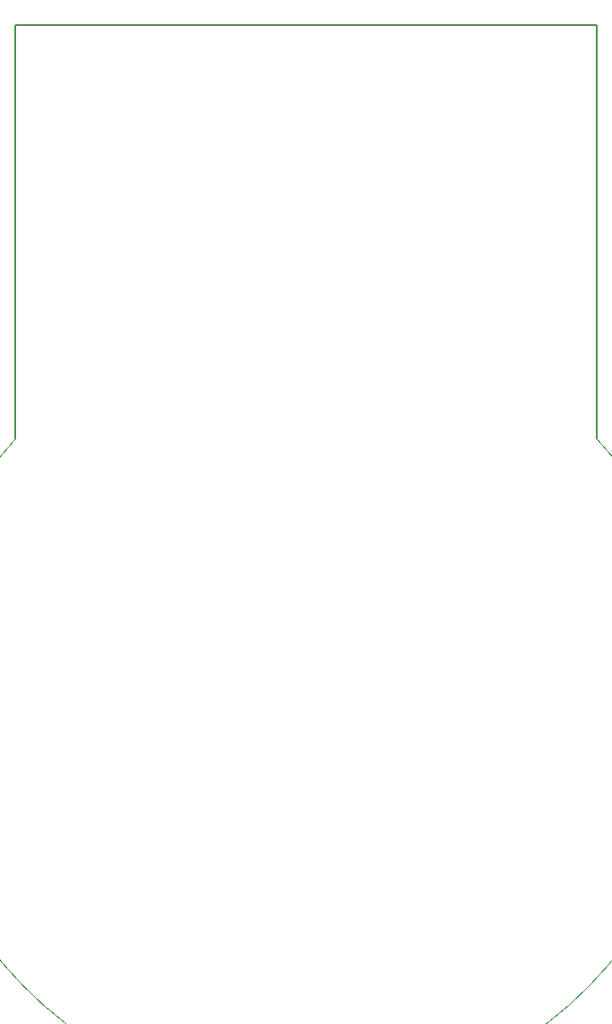
<source format=gbr>
%TF.GenerationSoftware,KiCad,Pcbnew,7.0.2*%
%TF.CreationDate,2023-11-03T12:40:05-06:00*%
%TF.ProjectId,KF40_DB25_Pinheader,4b463430-5f44-4423-9235-5f50696e6865,rev?*%
%TF.SameCoordinates,Original*%
%TF.FileFunction,Profile,NP*%
%FSLAX46Y46*%
G04 Gerber Fmt 4.6, Leading zero omitted, Abs format (unit mm)*
G04 Created by KiCad (PCBNEW 7.0.2) date 2023-11-03 12:40:05*
%MOMM*%
%LPD*%
G01*
G04 APERTURE LIST*
%TA.AperFunction,Profile*%
%ADD10C,0.200000*%
%TD*%
%TA.AperFunction,Profile*%
%ADD11C,0.100000*%
%TD*%
G04 APERTURE END LIST*
D10*
X27500000Y64600000D02*
X27500000Y25500000D01*
X-27500000Y64600000D02*
X27500000Y64600000D01*
D11*
X-27500000Y25500000D02*
G75*
G03*
X27500000Y25500000I27500000J-25500000D01*
G01*
D10*
X-27500000Y25500000D02*
X-27500000Y64600000D01*
M02*

</source>
